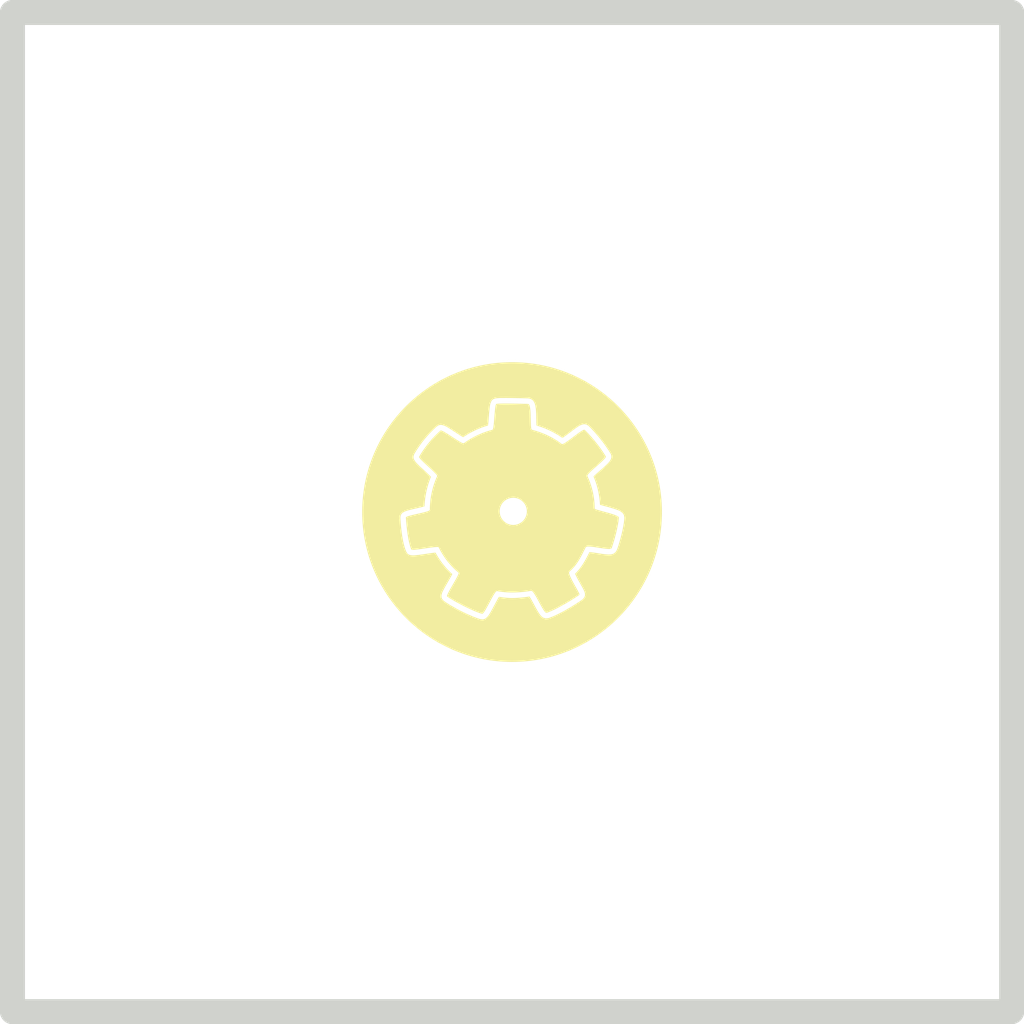
<source format=kicad_pcb>
(kicad_pcb (version 20171130) (host pcbnew 5.1.8-db9833491~88~ubuntu20.04.1)

  (general
    (thickness 1.6)
    (drawings 4)
    (tracks 0)
    (zones 0)
    (modules 1)
    (nets 1)
  )

  (page A4)
  (layers
    (0 F.Cu signal)
    (31 B.Cu signal)
    (32 B.Adhes user)
    (33 F.Adhes user)
    (34 B.Paste user)
    (35 F.Paste user)
    (36 B.SilkS user)
    (37 F.SilkS user)
    (38 B.Mask user)
    (39 F.Mask user)
    (40 Dwgs.User user)
    (41 Cmts.User user)
    (42 Eco1.User user)
    (43 Eco2.User user)
    (44 Edge.Cuts user)
    (45 Margin user)
    (46 B.CrtYd user)
    (47 F.CrtYd user)
    (48 B.Fab user)
    (49 F.Fab user)
  )

  (setup
    (last_trace_width 0.25)
    (trace_clearance 0.2)
    (zone_clearance 0.508)
    (zone_45_only no)
    (trace_min 0.2)
    (via_size 0.8)
    (via_drill 0.4)
    (via_min_size 0.4)
    (via_min_drill 0.3)
    (uvia_size 0.3)
    (uvia_drill 0.1)
    (uvias_allowed no)
    (uvia_min_size 0.2)
    (uvia_min_drill 0.1)
    (edge_width 0.5)
    (segment_width 0.2)
    (pcb_text_width 0.3)
    (pcb_text_size 1.5 1.5)
    (mod_edge_width 0.12)
    (mod_text_size 1 1)
    (mod_text_width 0.15)
    (pad_size 1.524 1.524)
    (pad_drill 0.762)
    (pad_to_mask_clearance 0)
    (aux_axis_origin 0 0)
    (visible_elements FFFFFF7F)
    (pcbplotparams
      (layerselection 0x010fc_ffffffff)
      (usegerberextensions false)
      (usegerberattributes true)
      (usegerberadvancedattributes true)
      (creategerberjobfile true)
      (excludeedgelayer true)
      (linewidth 0.100000)
      (plotframeref false)
      (viasonmask false)
      (mode 1)
      (useauxorigin false)
      (hpglpennumber 1)
      (hpglpenspeed 20)
      (hpglpendiameter 15.000000)
      (psnegative false)
      (psa4output false)
      (plotreference true)
      (plotvalue true)
      (plotinvisibletext false)
      (padsonsilk false)
      (subtractmaskfromsilk false)
      (outputformat 1)
      (mirror false)
      (drillshape 1)
      (scaleselection 1)
      (outputdirectory ""))
  )

  (net 0 "")

  (net_class Default "This is the default net class."
    (clearance 0.2)
    (trace_width 0.25)
    (via_dia 0.8)
    (via_drill 0.4)
    (uvia_dia 0.3)
    (uvia_drill 0.1)
  )

  (module RoboCamp:RobotarnaLogo-6mm (layer F.Cu) (tedit 5FD6798D) (tstamp 5FD699B4)
    (at 140 100)
    (descr "Imported from /home/xmrazek7/Stažené/robotarna_logo_pcb.svg")
    (tags svg2mod)
    (path /5FD68B7F)
    (attr virtual)
    (fp_text reference U1 (at 0 -6.048024) (layer F.SilkS) hide
      (effects (font (size 1.524 1.524) (thickness 0.3048)))
    )
    (fp_text value RobotarnaLogo (at 0 6.048024) (layer F.SilkS) hide
      (effects (font (size 1.524 1.524) (thickness 0.3048)))
    )
    (fp_poly (pts (xy -0.000038 -3.000001) (xy -0.190589 -2.283197) (xy -0.135477 -2.28358) (xy -0.076274 -2.283385)
      (xy -0.014845 -2.282738) (xy 0.046947 -2.281767) (xy 0.107238 -2.280597) (xy 0.164163 -2.279356)
      (xy 0.215859 -2.278171) (xy 0.260461 -2.277167) (xy 0.296107 -2.276472) (xy 0.32093 -2.276212)
      (xy 0.369446 -2.266215) (xy 0.408201 -2.242911) (xy 0.43187 -2.216496) (xy 0.446086 -2.191571)
      (xy 0.462414 -2.146691) (xy 0.47089 -2.103476) (xy 0.476551 -2.058265) (xy 0.480162 -2.011062)
      (xy 0.482333 -1.962597) (xy 0.48367 -1.9136) (xy 0.484657 -1.865073) (xy 0.485552 -1.818739)
      (xy 0.486653 -1.776406) (xy 0.488255 -1.739885) (xy 0.489154 -1.731472) (xy 0.539454 -1.716135)
      (xy 0.589223 -1.699324) (xy 0.638428 -1.68105) (xy 0.687037 -1.661327) (xy 0.735018 -1.640168)
      (xy 0.782337 -1.617586) (xy 0.828964 -1.593594) (xy 0.874865 -1.568206) (xy 0.920008 -1.541433)
      (xy 0.96436 -1.51329) (xy 1.00789 -1.48379) (xy 1.018791 -1.490246) (xy 1.049088 -1.511181)
      (xy 1.083611 -1.536246) (xy 1.121016 -1.564131) (xy 1.159956 -1.593526) (xy 1.199203 -1.623185)
      (xy 1.238007 -1.652117) (xy 1.275746 -1.679396) (xy 1.311796 -1.704098) (xy 1.345785 -1.725505)
      (xy 1.381176 -1.743637) (xy 1.429209 -1.757607) (xy 1.457042 -1.758321) (xy 1.492461 -1.750265)
      (xy 1.529633 -1.726714) (xy 1.532253 -1.724333) (xy 1.567856 -1.688444) (xy 1.602847 -1.651958)
      (xy 1.637217 -1.614887) (xy 1.670956 -1.577242) (xy 1.704056 -1.539035) (xy 1.736508 -1.500276)
      (xy 1.768304 -1.460978) (xy 1.799435 -1.42115) (xy 1.829891 -1.380804) (xy 1.859666 -1.339951)
      (xy 1.888748 -1.298603) (xy 1.917131 -1.256771) (xy 1.944805 -1.214465) (xy 1.971761 -1.171698)
      (xy 1.973719 -1.16847) (xy 1.988202 -1.127652) (xy 1.988399 -1.092098) (xy 1.981913 -1.065566)
      (xy 1.958535 -1.021666) (xy 1.933574 -0.990701) (xy 1.905691 -0.961759) (xy 1.874202 -0.931502)
      (xy 1.839866 -0.900145) (xy 1.803715 -0.868099) (xy 1.76678 -0.835775) (xy 1.730183 -0.80369)
      (xy 1.695383 -0.772784) (xy 1.663922 -0.744116) (xy 1.637341 -0.718739) (xy 1.630801 -0.711596)
      (xy 1.649273 -0.666484) (xy 1.666369 -0.620865) (xy 1.682083 -0.574776) (xy 1.696406 -0.528252)
      (xy 1.709334 -0.481332) (xy 1.720859 -0.434053) (xy 1.730973 -0.386451) (xy 1.739672 -0.338563)
      (xy 1.746947 -0.290428) (xy 1.752792 -0.242081) (xy 1.7572 -0.193561) (xy 1.760165 -0.144903)
      (xy 1.760774 -0.144675) (xy 1.796138 -0.134685) (xy 1.836632 -0.123626) (xy 1.880652 -0.111703)
      (xy 1.926595 -0.099125) (xy 1.972893 -0.086103) (xy 2.018381 -0.072661) (xy 2.062062 -0.058713)
      (xy 2.102939 -0.044176) (xy 2.140403 -0.02885) (xy 2.176454 -0.009674) (xy 2.215992 0.023025)
      (xy 2.238618 0.058593) (xy 2.248315 0.113902) (xy 2.248315 0.113981) (xy 2.244517 0.160131)
      (xy 2.238504 0.209231) (xy 2.230525 0.260641) (xy 2.22083 0.313722) (xy 2.209666 0.367834)
      (xy 2.197285 0.422337) (xy 2.183935 0.476593) (xy 2.169865 0.529961) (xy 2.155326 0.581802)
      (xy 2.140565 0.631476) (xy 2.125833 0.678344) (xy 2.111379 0.721765) (xy 2.097452 0.761102)
      (xy 2.097375 0.761181) (xy 2.068683 0.805712) (xy 2.034234 0.83101) (xy 2.00582 0.842063)
      (xy 1.981992 0.846806) (xy 1.939857 0.849736) (xy 1.899232 0.847864) (xy 1.856484 0.843784)
      (xy 1.811835 0.838021) (xy 1.766028 0.831188) (xy 1.719805 0.823893) (xy 1.674101 0.816727)
      (xy 1.630548 0.810247) (xy 1.590939 0.805006) (xy 1.557066 0.801562) (xy 1.54925 0.801411)
      (xy 1.525983 0.847553) (xy 1.502481 0.893168) (xy 1.478375 0.93822) (xy 1.453292 0.982675)
      (xy 1.426862 1.026495) (xy 1.398713 1.069645) (xy 1.368474 1.11209) (xy 1.335774 1.153794)
      (xy 1.300242 1.19472) (xy 1.261506 1.234833) (xy 1.263014 1.239119) (xy 1.27664 1.269103)
      (xy 1.293949 1.303861) (xy 1.313888 1.341764) (xy 1.335401 1.381187) (xy 1.357468 1.420705)
      (xy 1.379225 1.4594) (xy 1.399854 1.496403) (xy 1.418537 1.530846) (xy 1.43457 1.562028)
      (xy 1.448003 1.592108) (xy 1.45928 1.630446) (xy 1.459676 1.670734) (xy 1.447007 1.707431)
      (xy 1.413599 1.746053) (xy 1.413522 1.74613) (xy 1.380686 1.769455) (xy 1.343579 1.794778)
      (xy 1.30276 1.821698) (xy 1.258785 1.849816) (xy 1.212211 1.878732) (xy 1.163596 1.908047)
      (xy 1.113496 1.937361) (xy 1.062468 1.966276) (xy 1.011071 1.994391) (xy 0.95986 2.021308)
      (xy 0.909393 2.046626) (xy 0.860228 2.069946) (xy 0.81292 2.090869) (xy 0.768028 2.108995)
      (xy 0.726109 2.123925) (xy 0.72558 2.124079) (xy 0.669928 2.128408) (xy 0.628087 2.115136)
      (xy 0.602598 2.098677) (xy 0.58494 2.082365) (xy 0.557488 2.050191) (xy 0.534126 2.015991)
      (xy 0.510935 1.978311) (xy 0.487708 1.937817) (xy 0.464482 1.895556) (xy 0.441294 1.852574)
      (xy 0.4183 1.81006) (xy 0.396076 1.769693) (xy 0.375282 1.733258) (xy 0.356579 1.702539)
      (xy 0.347634 1.690131) (xy 0.298937 1.697221) (xy 0.25015 1.703658) (xy 0.201277 1.7093)
      (xy 0.152323 1.714006) (xy 0.103292 1.717635) (xy 0.054188 1.720047) (xy 0.005017 1.7211)
      (xy 0.004408 1.7211) (xy -0.040012 1.720246) (xy -0.084347 1.717745) (xy -0.128599 1.713864)
      (xy -0.172768 1.708869) (xy -0.216855 1.703025) (xy -0.26086 1.6966) (xy -0.268903 1.708638)
      (xy -0.287728 1.740876) (xy -0.308643 1.778553) (xy -0.33098 1.819947) (xy -0.354069 1.863335)
      (xy -0.377313 1.90708) (xy -0.400415 1.949946) (xy -0.423158 1.990811) (xy -0.445323 2.028554)
      (xy -0.466839 2.062343) (xy -0.490424 2.093498) (xy -0.525603 2.126122) (xy -0.548968 2.139397)
      (xy -0.5836 2.148756) (xy -0.628733 2.144616) (xy -0.628884 2.144539) (xy -0.670646 2.131779)
      (xy -0.715148 2.116408) (xy -0.761924 2.098696) (xy -0.810508 2.078915) (xy -0.860437 2.057335)
      (xy -0.911245 2.034228) (xy -0.962467 2.009863) (xy -1.013638 1.984513) (xy -1.064293 1.958446)
      (xy -1.113968 1.931935) (xy -1.162197 1.90525) (xy -1.208515 1.878662) (xy -1.252457 1.852442)
      (xy -1.293559 1.82686) (xy -1.331356 1.802187) (xy -1.365381 1.778694) (xy -1.396242 1.745263)
      (xy -1.410633 1.71157) (xy -1.413414 1.669101) (xy -1.403116 1.625802) (xy -1.389276 1.592218)
      (xy -1.372372 1.558003) (xy -1.352493 1.520574) (xy -1.330307 1.480627) (xy -1.306622 1.439059)
      (xy -1.282245 1.396766) (xy -1.258035 1.354739) (xy -1.235016 1.314353) (xy -1.214245 1.277082)
      (xy -1.196779 1.2444) (xy -1.195954 1.242548) (xy -1.232412 1.208293) (xy -1.267762 1.172983)
      (xy -1.301978 1.136642) (xy -1.335035 1.099292) (xy -1.366905 1.060957) (xy -1.397565 1.021659)
      (xy -1.426989 0.981422) (xy -1.45515 0.940267) (xy -1.482023 0.898219) (xy -1.507584 0.855301)
      (xy -1.531805 0.811534) (xy -1.547966 0.812592) (xy -1.586289 0.817065) (xy -1.630094 0.822957)
      (xy -1.677616 0.829812) (xy -1.727092 0.837172) (xy -1.776858 0.844578) (xy -1.825666 0.851589)
      (xy -1.872374 0.857781) (xy -1.915839 0.862731) (xy -1.955148 0.866055) (xy -1.992286 0.866779)
      (xy -2.035282 0.861434) (xy -2.059666 0.854211) (xy -2.090245 0.834676) (xy -2.118568 0.791981)
      (xy -2.118645 0.79183) (xy -2.135396 0.748327) (xy -2.150409 0.702309) (xy -2.163797 0.654219)
      (xy -2.175671 0.6045) (xy -2.186144 0.553595) (xy -2.195329 0.501948) (xy -2.203338 0.450001)
      (xy -2.210283 0.398199) (xy -2.216277 0.346984) (xy -2.221432 0.2968) (xy -2.225861 0.248089)
      (xy -2.229676 0.201296) (xy -2.23299 0.156863) (xy -2.235914 0.115233) (xy -2.235914 0.115156)
      (xy -2.235914 0.115079) (xy -2.22907 0.064562) (xy -2.208978 0.031421) (xy -2.188708 0.012701)
      (xy -2.150297 -0.00955) (xy -2.11703 -0.022247) (xy -2.081819 -0.03286) (xy -2.04271 -0.043323)
      (xy -2.000548 -0.053695) (xy -1.956421 -0.064004) (xy -1.911413 -0.074278) (xy -1.867194 -0.084392)
      (xy -1.824939 -0.094283) (xy -1.78627 -0.103755) (xy -1.752808 -0.112613) (xy -1.749961 -0.163472)
      (xy -1.745647 -0.214203) (xy -1.739872 -0.26477) (xy -1.732645 -0.315135) (xy -1.723971 -0.365262)
      (xy -1.713859 -0.415114) (xy -1.702315 -0.464653) (xy -1.689346 -0.513843) (xy -1.67496 -0.562646)
      (xy -1.659164 -0.611026) (xy -1.641964 -0.658946) (xy -1.623368 -0.706367) (xy -1.630058 -0.71367)
      (xy -1.656328 -0.739469) (xy -1.687025 -0.768548) (xy -1.720735 -0.79986) (xy -1.75604 -0.832359)
      (xy -1.791588 -0.865072) (xy -1.826302 -0.89735) (xy -1.859185 -0.928628) (xy -1.889238 -0.958341)
      (xy -1.915661 -0.986104) (xy -1.939 -1.014192) (xy -1.9614 -1.051249) (xy -1.970558 -1.074676)
      (xy -1.974152 -1.109998) (xy -1.959672 -1.157162) (xy -1.957193 -1.161527) (xy -1.930943 -1.20553)
      (xy -1.903699 -1.248922) (xy -1.875476 -1.291685) (xy -1.846292 -1.333798) (xy -1.816163 -1.37524)
      (xy -1.785105 -1.415991) (xy -1.753135 -1.456031) (xy -1.72027 -1.495339) (xy -1.686527 -1.533895)
      (xy -1.651921 -1.571679) (xy -1.616469 -1.608671) (xy -1.580189 -1.64485) (xy -1.543096 -1.680195)
      (xy -1.505206 -1.714686) (xy -1.504153 -1.715745) (xy -1.465752 -1.738819) (xy -1.432185 -1.745182)
      (xy -1.406961 -1.743632) (xy -1.362762 -1.731673) (xy -1.328295 -1.71595) (xy -1.294134 -1.697094)
      (xy -1.257545 -1.67521) (xy -1.21899 -1.65097) (xy -1.179183 -1.625212) (xy -1.138836 -1.598775)
      (xy -1.098779 -1.572555) (xy -1.060275 -1.54765) (xy -1.024688 -1.525193) (xy -0.993386 -1.506317)
      (xy -0.978352 -1.498432) (xy -0.936437 -1.526105) (xy -0.893779 -1.552526) (xy -0.850408 -1.577686)
      (xy -0.806353 -1.601575) (xy -0.761643 -1.624182) (xy -0.716308 -1.645498) (xy -0.670376 -1.665513)
      (xy -0.623876 -1.684216) (xy -0.576838 -1.701597) (xy -0.529292 -1.717647) (xy -0.481265 -1.732355)
      (xy -0.479307 -1.744685) (xy -0.475354 -1.781229) (xy -0.471509 -1.823197) (xy -0.467729 -1.868849)
      (xy -0.463972 -1.916445) (xy -0.460181 -1.964345) (xy -0.456212 -2.011313) (xy -0.451895 -2.05621)
      (xy -0.447059 -2.097898) (xy -0.441511 -2.135461) (xy -0.43383 -2.170812) (xy -0.418495 -2.211254)
      (xy -0.405366 -2.23311) (xy -0.379012 -2.257859) (xy -0.331976 -2.274995) (xy -0.289928 -2.280216)
      (xy -0.24378 -2.282579) (xy -0.190585 -2.283567) (xy -0.190589 -2.283197) (xy -0.000038 -3.000001)
      (xy -0.050147 -2.99959) (xy -0.100059 -2.998364) (xy -0.149765 -2.996328) (xy -0.199261 -2.993489)
      (xy -0.248539 -2.989853) (xy -0.297593 -2.985427) (xy -0.346417 -2.980217) (xy -0.395004 -2.974229)
      (xy -0.443348 -2.96747) (xy -0.491443 -2.959945) (xy -0.539282 -2.951663) (xy -0.586859 -2.942628)
      (xy -0.634168 -2.932847) (xy -0.681202 -2.922327) (xy -0.727955 -2.911074) (xy -0.77442 -2.899094)
      (xy -0.820591 -2.886393) (xy -0.866463 -2.872979) (xy -0.912027 -2.858857) (xy -0.957278 -2.844033)
      (xy -1.002211 -2.828515) (xy -1.046817 -2.812308) (xy -1.091091 -2.795419) (xy -1.135027 -2.777854)
      (xy -1.178618 -2.75962) (xy -1.221858 -2.740723) (xy -1.26474 -2.721168) (xy -1.307259 -2.700964)
      (xy -1.349407 -2.680116) (xy -1.391178 -2.658629) (xy -1.432567 -2.636512) (xy -1.473566 -2.61377)
      (xy -1.514169 -2.590409) (xy -1.554371 -2.566436) (xy -1.594163 -2.541857) (xy -1.633541 -2.516679)
      (xy -1.672498 -2.490908) (xy -1.711027 -2.46455) (xy -1.749122 -2.437612) (xy -1.786777 -2.4101)
      (xy -1.823986 -2.38202) (xy -1.860741 -2.353379) (xy -1.897037 -2.324183) (xy -1.932867 -2.294438)
      (xy -1.968225 -2.264151) (xy -2.003104 -2.233329) (xy -2.037499 -2.201977) (xy -2.071402 -2.170102)
      (xy -2.104808 -2.137711) (xy -2.13771 -2.104809) (xy -2.170102 -2.071403) (xy -2.201976 -2.0375)
      (xy -2.233328 -2.003105) (xy -2.264151 -1.968226) (xy -2.294437 -1.932868) (xy -2.324182 -1.897038)
      (xy -2.353378 -1.860742) (xy -2.382019 -1.823986) (xy -2.410099 -1.786778) (xy -2.437611 -1.749123)
      (xy -2.464549 -1.711028) (xy -2.490907 -1.672499) (xy -2.516678 -1.633542) (xy -2.541857 -1.594164)
      (xy -2.566435 -1.554371) (xy -2.590408 -1.51417) (xy -2.613769 -1.473567) (xy -2.636511 -1.432567)
      (xy -2.658629 -1.391179) (xy -2.680115 -1.349408) (xy -2.700963 -1.307259) (xy -2.721168 -1.264741)
      (xy -2.740722 -1.221859) (xy -2.759619 -1.178619) (xy -2.777853 -1.135028) (xy -2.795418 -1.091092)
      (xy -2.812307 -1.046818) (xy -2.828514 -1.002211) (xy -2.844032 -0.957279) (xy -2.858856 -0.912028)
      (xy -2.872978 -0.866463) (xy -2.886392 -0.820592) (xy -2.899093 -0.774421) (xy -2.911073 -0.727955)
      (xy -2.922326 -0.681203) (xy -2.932846 -0.634169) (xy -2.942627 -0.58686) (xy -2.951662 -0.539283)
      (xy -2.959945 -0.491444) (xy -2.967469 -0.443349) (xy -2.974228 -0.395005) (xy -2.980216 -0.346417)
      (xy -2.985426 -0.297594) (xy -2.989852 -0.248539) (xy -2.993488 -0.199262) (xy -2.996327 -0.149766)
      (xy -2.998363 -0.100059) (xy -2.999589 -0.050148) (xy -3 -0.000038) (xy -2.999591 0.050072)
      (xy -2.998365 0.099985) (xy -2.996331 0.149692) (xy -2.993493 0.199188) (xy -2.989858 0.248467)
      (xy -2.985433 0.297522) (xy -2.980224 0.346347) (xy -2.974237 0.394935) (xy -2.967479 0.44328)
      (xy -2.959956 0.491376) (xy -2.951674 0.539216) (xy -2.94264 0.586795) (xy -2.93286 0.634104)
      (xy -2.922341 0.681139) (xy -2.911088 0.727893) (xy -2.899109 0.774359) (xy -2.886409 0.820531)
      (xy -2.872995 0.866403) (xy -2.858874 0.911969) (xy -2.844051 0.957221) (xy -2.828534 1.002155)
      (xy -2.812327 1.046762) (xy -2.795439 1.091037) (xy -2.777875 1.134974) (xy -2.759641 1.178566)
      (xy -2.740744 1.221807) (xy -2.72119 1.26469) (xy -2.700986 1.30721) (xy -2.680138 1.349359)
      (xy -2.658652 1.391131) (xy -2.636535 1.432521) (xy -2.613794 1.473521) (xy -2.590433 1.514125)
      (xy -2.56646 1.554328) (xy -2.541882 1.594121) (xy -2.516704 1.6335) (xy -2.490933 1.672458)
      (xy -2.464575 1.710988) (xy -2.437637 1.749084) (xy -2.410125 1.78674) (xy -2.382045 1.82395)
      (xy -2.353404 1.860706) (xy -2.324208 1.897003) (xy -2.294464 1.932834) (xy -2.264177 1.968193)
      (xy -2.233355 2.003073) (xy -2.202003 2.037469) (xy -2.170128 2.071373) (xy -2.137737 2.10478)
      (xy -2.104835 2.137683) (xy -2.071429 2.170075) (xy -2.037525 2.201951) (xy -2.00313 2.233303)
      (xy -1.968251 2.264127) (xy -1.932893 2.294414) (xy -1.897062 2.324159) (xy -1.860766 2.353356)
      (xy -1.824011 2.381998) (xy -1.786802 2.410079) (xy -1.749147 2.437592) (xy -1.711051 2.464531)
      (xy -1.672522 2.49089) (xy -1.633565 2.516662) (xy -1.594186 2.541841) (xy -1.554393 2.56642)
      (xy -1.514192 2.590394) (xy -1.473588 2.613755) (xy -1.432588 2.636498) (xy -1.391199 2.658616)
      (xy -1.349427 2.680103) (xy -1.307279 2.700952) (xy -1.26476 2.721157) (xy -1.221877 2.740712)
      (xy -1.178637 2.75961) (xy -1.135045 2.777845) (xy -1.091108 2.79541) (xy -1.046834 2.812299)
      (xy -1.002227 2.828507) (xy -0.957294 2.844026) (xy -0.912042 2.858849) (xy -0.866477 2.872972)
      (xy -0.820605 2.886387) (xy -0.774433 2.899088) (xy -0.727967 2.911068) (xy -0.681213 2.922322)
      (xy -0.634179 2.932842) (xy -0.586869 2.942623) (xy -0.539291 2.951658) (xy -0.491451 2.959941)
      (xy -0.443356 2.967466) (xy -0.395011 2.974225) (xy -0.346423 2.980213) (xy -0.297598 2.985424)
      (xy -0.248543 2.98985) (xy -0.199264 2.993486) (xy -0.149768 2.996325) (xy -0.100061 2.998361)
      (xy -0.050148 2.999587) (xy -0.000038 2.999998) (xy 0.050074 2.999589) (xy 0.099987 2.998363)
      (xy 0.149695 2.996329) (xy 0.199193 2.993491) (xy 0.248472 2.989856) (xy 0.297528 2.985431)
      (xy 0.346354 2.980221) (xy 0.394943 2.974234) (xy 0.443289 2.967476) (xy 0.491385 2.959953)
      (xy 0.539226 2.951671) (xy 0.586805 2.942636) (xy 0.634116 2.932856) (xy 0.681151 2.922336)
      (xy 0.727906 2.911084) (xy 0.774373 2.899104) (xy 0.820546 2.886404) (xy 0.866419 2.87299)
      (xy 0.911985 2.858868) (xy 0.957238 2.844045) (xy 1.002172 2.828527) (xy 1.04678 2.81232)
      (xy 1.091056 2.795431) (xy 1.134993 2.777866) (xy 1.178586 2.759632) (xy 1.221827 2.740734)
      (xy 1.264711 2.72118) (xy 1.307231 2.700975) (xy 1.349381 2.680127) (xy 1.391154 2.65864)
      (xy 1.432544 2.636523) (xy 1.473544 2.61378) (xy 1.514149 2.590419) (xy 1.554352 2.566446)
      (xy 1.594146 2.541866) (xy 1.633525 2.516688) (xy 1.672483 2.490916) (xy 1.711014 2.464557)
      (xy 1.74911 2.437619) (xy 1.786766 2.410106) (xy 1.823976 2.382025) (xy 1.860732 2.353383)
      (xy 1.89703 2.324186) (xy 1.932861 2.294441) (xy 1.96822 2.264154) (xy 2.003101 2.23333)
      (xy 2.037496 2.201978) (xy 2.071401 2.170102) (xy 2.104808 2.137709) (xy 2.137711 2.104806)
      (xy 2.170103 2.0714) (xy 2.201979 2.037495) (xy 2.233332 2.003099) (xy 2.264155 1.968219)
      (xy 2.294442 1.93286) (xy 2.324188 1.897028) (xy 2.353384 1.860731) (xy 2.382026 1.823975)
      (xy 2.410107 1.786765) (xy 2.43762 1.749109) (xy 2.464559 1.711012) (xy 2.490917 1.672482)
      (xy 2.516689 1.633524) (xy 2.541868 1.594145) (xy 2.566447 1.55435) (xy 2.59042 1.514148)
      (xy 2.613781 1.473543) (xy 2.636524 1.432542) (xy 2.658642 1.391152) (xy 2.680128 1.349379)
      (xy 2.700977 1.30723) (xy 2.721181 1.26471) (xy 2.740736 1.221826) (xy 2.759633 1.178585)
      (xy 2.777867 1.134992) (xy 2.795432 1.091054) (xy 2.812321 1.046779) (xy 2.828528 1.002171)
      (xy 2.844046 0.957237) (xy 2.858869 0.911984) (xy 2.872991 0.866418) (xy 2.886405 0.820545)
      (xy 2.899105 0.774372) (xy 2.911085 0.727905) (xy 2.922338 0.68115) (xy 2.932858 0.634115)
      (xy 2.942638 0.586804) (xy 2.951672 0.539225) (xy 2.959954 0.491385) (xy 2.967478 0.443288)
      (xy 2.974236 0.394942) (xy 2.980223 0.346353) (xy 2.985433 0.297527) (xy 2.989858 0.248472)
      (xy 2.993493 0.199192) (xy 2.996331 0.149695) (xy 2.998365 0.099986) (xy 2.999591 0.050073)
      (xy 3 -0.000038) (xy 2.999589 -0.050149) (xy 2.998363 -0.100061) (xy 2.996327 -0.149769)
      (xy 2.993488 -0.199265) (xy 2.989852 -0.248544) (xy 2.985426 -0.297599) (xy 2.980215 -0.346423)
      (xy 2.974227 -0.395011) (xy 2.967468 -0.443356) (xy 2.959943 -0.491452) (xy 2.95166 -0.539292)
      (xy 2.942625 -0.58687) (xy 2.932844 -0.634179) (xy 2.922323 -0.681214) (xy 2.91107 -0.727967)
      (xy 2.899089 -0.774433) (xy 2.886388 -0.820605) (xy 2.872974 -0.866477) (xy 2.858851 -0.912042)
      (xy 2.844027 -0.957294) (xy 2.828508 -1.002227) (xy 2.812301 -1.046834) (xy 2.795412 -1.091109)
      (xy 2.777846 -1.135045) (xy 2.759611 -1.178637) (xy 2.740713 -1.221877) (xy 2.721159 -1.26476)
      (xy 2.700953 -1.307279) (xy 2.680104 -1.349428) (xy 2.658618 -1.391199) (xy 2.6365 -1.432588)
      (xy 2.613757 -1.473588) (xy 2.590395 -1.514192) (xy 2.566422 -1.554393) (xy 2.541842 -1.594187)
      (xy 2.516663 -1.633565) (xy 2.490891 -1.672522) (xy 2.464532 -1.711051) (xy 2.437593 -1.749147)
      (xy 2.41008 -1.786802) (xy 2.382 -1.824011) (xy 2.353358 -1.860766) (xy 2.324161 -1.897062)
      (xy 2.294416 -1.932893) (xy 2.264128 -1.968251) (xy 2.233305 -2.00313) (xy 2.201952 -2.037525)
      (xy 2.170076 -2.071429) (xy 2.137684 -2.104835) (xy 2.104781 -2.137737) (xy 2.071374 -2.170128)
      (xy 2.03747 -2.202003) (xy 2.003074 -2.233355) (xy 1.968194 -2.264177) (xy 1.932835 -2.294464)
      (xy 1.897004 -2.324208) (xy 1.860707 -2.353404) (xy 1.823951 -2.382045) (xy 1.786742 -2.410125)
      (xy 1.749086 -2.437637) (xy 1.71099 -2.464575) (xy 1.672459 -2.490933) (xy 1.633502 -2.516704)
      (xy 1.594123 -2.541882) (xy 1.554329 -2.566461) (xy 1.514127 -2.590433) (xy 1.473522 -2.613794)
      (xy 1.432522 -2.636536) (xy 1.391133 -2.658653) (xy 1.34936 -2.680138) (xy 1.307211 -2.700986)
      (xy 1.264692 -2.72119) (xy 1.221808 -2.740744) (xy 1.178567 -2.759641) (xy 1.134975 -2.777875)
      (xy 1.091038 -2.795439) (xy 1.046763 -2.812327) (xy 1.002156 -2.828534) (xy 0.957222 -2.844051)
      (xy 0.91197 -2.858874) (xy 0.866405 -2.872996) (xy 0.820532 -2.886409) (xy 0.77436 -2.899109)
      (xy 0.727894 -2.911088) (xy 0.68114 -2.922341) (xy 0.634105 -2.93286) (xy 0.586795 -2.94264)
      (xy 0.539217 -2.951674) (xy 0.491377 -2.959956) (xy 0.443281 -2.967479) (xy 0.394936 -2.974237)
      (xy 0.346348 -2.980224) (xy 0.297523 -2.985433) (xy 0.248468 -2.989859) (xy 0.199189 -2.993493)
      (xy 0.149693 -2.996331) (xy 0.099985 -2.998366) (xy 0.050073 -2.999591) (xy -0.000038 -3.000001)) (layer F.SilkS) (width 0))
    (fp_poly (pts (xy -0.189086 -2.172622) (xy -0.248619 -0.013868) (xy -0.244221 0.035179) (xy -0.231546 0.081341)
      (xy -0.211363 0.123849) (xy -0.184443 0.161931) (xy -0.151557 0.194817) (xy -0.113474 0.221737)
      (xy -0.070967 0.24192) (xy -0.024805 0.254595) (xy 0.024242 0.258991) (xy 0.073288 0.254595)
      (xy 0.119451 0.24192) (xy 0.161958 0.221737) (xy 0.20004 0.194817) (xy 0.232927 0.161931)
      (xy 0.259847 0.123849) (xy 0.28003 0.081341) (xy 0.292705 0.035179) (xy 0.297102 -0.013868)
      (xy 0.292706 -0.062915) (xy 0.280031 -0.109078) (xy 0.259848 -0.151586) (xy 0.232928 -0.189668)
      (xy 0.200041 -0.222555) (xy 0.161959 -0.249475) (xy 0.119451 -0.269658) (xy 0.073289 -0.282333)
      (xy 0.024242 -0.28673) (xy -0.024805 -0.282333) (xy -0.070968 -0.269658) (xy -0.113475 -0.249475)
      (xy -0.151558 -0.222555) (xy -0.184444 -0.189668) (xy -0.211364 -0.151586) (xy -0.231547 -0.109078)
      (xy -0.244222 -0.062915) (xy -0.248619 -0.013868) (xy -0.189086 -2.172622) (xy -0.135651 -2.173005)
      (xy -0.078019 -2.17281) (xy -0.017967 -2.172163) (xy 0.042729 -2.171192) (xy 0.102292 -2.170022)
      (xy 0.158945 -2.168782) (xy 0.210913 -2.167596) (xy 0.256417 -2.166592) (xy 0.293682 -2.165897)
      (xy 0.32093 -2.165637) (xy 0.337879 -2.157108) (xy 0.350612 -2.133341) (xy 0.359778 -2.097068)
      (xy 0.366025 -2.051018) (xy 0.370001 -1.997923) (xy 0.372356 -1.940513) (xy 0.373737 -1.881519)
      (xy 0.374794 -1.823671) (xy 0.376174 -1.7697) (xy 0.378527 -1.722337) (xy 0.3825 -1.684313)
      (xy 0.388743 -1.658357) (xy 0.397903 -1.647202) (xy 0.447699 -1.634116) (xy 0.496994 -1.619496)
      (xy 0.545752 -1.603356) (xy 0.593942 -1.585715) (xy 0.641527 -1.566587) (xy 0.688475 -1.54599)
      (xy 0.734751 -1.523939) (xy 0.780321 -1.50045) (xy 0.825151 -1.47554) (xy 0.869207 -1.449225)
      (xy 0.912456 -1.421521) (xy 0.954862 -1.392445) (xy 0.996392 -1.362013) (xy 1.013334 -1.361715)
      (xy 1.041997 -1.374635) (xy 1.080023 -1.398112) (xy 1.125053 -1.429489) (xy 1.174729 -1.466104)
      (xy 1.226691 -1.505299) (xy 1.27858 -1.544413) (xy 1.328039 -1.580788) (xy 1.372708 -1.611763)
      (xy 1.410229 -1.63468) (xy 1.438243 -1.646879) (xy 1.454391 -1.645699) (xy 1.491331 -1.608417)
      (xy 1.527571 -1.570487) (xy 1.563104 -1.53192) (xy 1.597921 -1.492726) (xy 1.632014 -1.452915)
      (xy 1.665376 -1.412497) (xy 1.697997 -1.371483) (xy 1.729871 -1.329881) (xy 1.760989 -1.287704)
      (xy 1.791342 -1.24496) (xy 1.820924 -1.20166) (xy 1.849726 -1.157814) (xy 1.877739 -1.113431)
      (xy 1.875451 -1.09719) (xy 1.85774 -1.072146) (xy 1.827672 -1.040049) (xy 1.788314 -1.002648)
      (xy 1.742734 -0.961692) (xy 1.693999 -0.91893) (xy 1.645176 -0.876112) (xy 1.599331 -0.834987)
      (xy 1.559533 -0.797305) (xy 1.528848 -0.764815) (xy 1.510343 -0.739265) (xy 1.507085 -0.722406)
      (xy 1.528603 -0.674946) (xy 1.548451 -0.626855) (xy 1.56662 -0.578177) (xy 1.583099 -0.528957)
      (xy 1.597878 -0.479239) (xy 1.610948 -0.429068) (xy 1.622299 -0.378487) (xy 1.63192 -0.327542)
      (xy 1.639802 -0.276276) (xy 1.645935 -0.224734) (xy 1.650308 -0.172961) (xy 1.652913 -0.121)
      (xy 1.653738 -0.068896) (xy 1.665092 -0.060185) (xy 1.696214 -0.048632) (xy 1.742692 -0.034697)
      (xy 1.800114 -0.018839) (xy 1.864068 -0.001518) (xy 1.930142 0.016806) (xy 1.993924 0.035673)
      (xy 2.051002 0.054623) (xy 2.096965 0.073196) (xy 2.1274 0.090933) (xy 2.137896 0.107375)
      (xy 2.134463 0.147706) (xy 2.128781 0.192143) (xy 2.121114 0.239886) (xy 2.111727 0.290134)
      (xy 2.100886 0.342088) (xy 2.088855 0.394949) (xy 2.075899 0.447915) (xy 2.062283 0.500188)
      (xy 2.048272 0.550968) (xy 2.034131 0.599454) (xy 2.020124 0.644846) (xy 2.006516 0.686346)
      (xy 1.993573 0.723153) (xy 1.979249 0.734445) (xy 1.949479 0.738833) (xy 1.907322 0.737688)
      (xy 1.85584 0.732382) (xy 1.798093 0.724285) (xy 1.737141 0.71477) (xy 1.676045 0.705206)
      (xy 1.617865 0.696965) (xy 1.565661 0.691419) (xy 1.522495 0.689938) (xy 1.491425 0.693894)
      (xy 1.475514 0.704658) (xy 1.451599 0.752047) (xy 1.428453 0.798038) (xy 1.405655 0.842694)
      (xy 1.382786 0.886075) (xy 1.359425 0.928243) (xy 1.335154 0.969259) (xy 1.309551 1.009185)
      (xy 1.282198 1.048081) (xy 1.252674 1.08601) (xy 1.220559 1.123032) (xy 1.185434 1.159209)
      (xy 1.146879 1.194603) (xy 1.140976 1.212326) (xy 1.146451 1.242417) (xy 1.16113 1.282298)
      (xy 1.182842 1.329391) (xy 1.209412 1.381119) (xy 1.238668 1.434903) (xy 1.268437 1.488166)
      (xy 1.296546 1.53833) (xy 1.320823 1.582817) (xy 1.339095 1.619049) (xy 1.349188 1.644449)
      (xy 1.348931 1.656438) (xy 1.318491 1.677945) (xy 1.283065 1.701824) (xy 1.243361 1.727615)
      (xy 1.200091 1.754861) (xy 1.153962 1.783099) (xy 1.105685 1.811871) (xy 1.055969 1.840717)
      (xy 1.005524 1.869178) (xy 0.955059 1.896792) (xy 0.905283 1.923101) (xy 0.856907 1.947645)
      (xy 0.81064 1.969964) (xy 0.767191 1.989598) (xy 0.727269 2.006088) (xy 0.691585 2.018973)
      (xy 0.675692 2.0151) (xy 0.655999 1.996387) (xy 0.633188 1.96551) (xy 0.607943 1.925144)
      (xy 0.580944 1.877966) (xy 0.552874 1.826651) (xy 0.524415 1.773874) (xy 0.49625 1.722313)
      (xy 0.46906 1.674643) (xy 0.443527 1.633539) (xy 0.420334 1.601677) (xy 0.400163 1.581733)
      (xy 0.383696 1.576383) (xy 0.336632 1.584127) (xy 0.289432 1.590885) (xy 0.242112 1.596656)
      (xy 0.194687 1.60144) (xy 0.147172 1.605233) (xy 0.099584 1.608036) (xy 0.051937 1.609845)
      (xy 0.004247 1.61066) (xy -0.047376 1.609923) (xy -0.098925 1.607578) (xy -0.150364 1.603628)
      (xy -0.201655 1.598075) (xy -0.25276 1.590922) (xy -0.303642 1.582173) (xy -0.318666 1.589456)
      (xy -0.338978 1.613657) (xy -0.363511 1.651376) (xy -0.391204 1.699213) (xy -0.420992 1.753768)
      (xy -0.451812 1.811643) (xy -0.482599 1.869437) (xy -0.512291 1.923752) (xy -0.539824 1.971186)
      (xy -0.564133 2.008342) (xy -0.584155 2.031818) (xy -0.598827 2.038216) (xy -0.63794 2.026058)
      (xy -0.681219 2.010624) (xy -0.727959 1.992304) (xy -0.777451 1.971485) (xy -0.828989 1.948557)
      (xy -0.881863 1.923909) (xy -0.935368 1.897928) (xy -0.988796 1.871003) (xy -1.041439 1.843524)
      (xy -1.09259 1.815879) (xy -1.141541 1.788456) (xy -1.187585 1.761644) (xy -1.230014 1.735831)
      (xy -1.268121 1.711407) (xy -1.301199 1.68876) (xy -1.302572 1.675271) (xy -1.29278 1.64765)
      (xy -1.274048 1.608716) (xy -1.248601 1.561287) (xy -1.218664 1.50818) (xy -1.186462 1.452215)
      (xy -1.15422 1.39621) (xy -1.124163 1.342983) (xy -1.098515 1.295352) (xy -1.079503 1.256136)
      (xy -1.06935 1.228153) (xy -1.070282 1.214222) (xy -1.108501 1.181655) (xy -1.145548 1.147876)
      (xy -1.181395 1.112918) (xy -1.216018 1.076813) (xy -1.24939 1.039596) (xy -1.281485 1.0013)
      (xy -1.312278 0.961957) (xy -1.341742 0.921601) (xy -1.369851 0.880265) (xy -1.39658 0.837982)
      (xy -1.421902 0.794786) (xy -1.445792 0.750709) (xy -1.468223 0.705785) (xy -1.482519 0.699902)
      (xy -1.514058 0.699254) (xy -1.559381 0.70279) (xy -1.615026 0.709457) (xy -1.677534 0.718205)
      (xy -1.743446 0.72798) (xy -1.809302 0.73773) (xy -1.871643 0.746405) (xy -1.927007 0.752952)
      (xy -1.971936 0.756319) (xy -2.00297 0.755455) (xy -2.01665 0.749307) (xy -2.031671 0.709582)
      (xy -2.045338 0.665809) (xy -2.057718 0.618655) (xy -2.06888 0.568786) (xy -2.07889 0.516869)
      (xy -2.087815 0.463569) (xy -2.095722 0.409554) (xy -2.10268 0.355489) (xy -2.108754 0.302041)
      (xy -2.114013 0.249877) (xy -2.118524 0.199662) (xy -2.122353 0.152064) (xy -2.125568 0.107748)
      (xy -2.115008 0.096498) (xy -2.084763 0.083937) (xy -2.039193 0.070352) (xy -1.982657 0.056033)
      (xy -1.919515 0.041271) (xy -1.854127 0.026354) (xy -1.790852 0.011572) (xy -1.734049 -0.002784)
      (xy -1.688079 -0.016426) (xy -1.657299 -0.029064) (xy -1.64607 -0.040408) (xy -1.645304 -0.090652)
      (xy -1.643011 -0.140779) (xy -1.639198 -0.190755) (xy -1.633872 -0.240546) (xy -1.627041 -0.290119)
      (xy -1.618713 -0.339439) (xy -1.608893 -0.388472) (xy -1.597591 -0.437185) (xy -1.584813 -0.485544)
      (xy -1.570566 -0.533514) (xy -1.554858 -0.581062) (xy -1.537697 -0.628153) (xy -1.519089 -0.674755)
      (xy -1.499042 -0.720832) (xy -1.503132 -0.735328) (xy -1.521566 -0.759443) (xy -1.551466 -0.791249)
      (xy -1.589954 -0.828821) (xy -1.634149 -0.870231) (xy -1.681176 -0.913551) (xy -1.728154 -0.956855)
      (xy -1.772205 -0.998217) (xy -1.810452 -1.035708) (xy -1.840015 -1.067403) (xy -1.858016 -1.091373)
      (xy -1.861578 -1.105692) (xy -1.834611 -1.150814) (xy -1.806572 -1.195227) (xy -1.777477 -1.238913)
      (xy -1.747341 -1.281854) (xy -1.716178 -1.324032) (xy -1.684003 -1.365428) (xy -1.650831 -1.406024)
      (xy -1.616677 -1.445803) (xy -1.581555 -1.484746) (xy -1.545481 -1.522835) (xy -1.508469 -1.560051)
      (xy -1.470534 -1.596378) (xy -1.431691 -1.631795) (xy -1.41595 -1.632589) (xy -1.387707 -1.621533)
      (xy -1.34945 -1.600985) (xy -1.303669 -1.5733) (xy -1.252853 -1.540837) (xy -1.199492 -1.505953)
      (xy -1.146074 -1.471004) (xy -1.09509 -1.438349) (xy -1.049028 -1.410343) (xy -1.010379 -1.389345)
      (xy -0.98163 -1.377712) (xy -0.965272 -1.3778) (xy -0.925163 -1.406326) (xy -0.884268 -1.433602)
      (xy -0.842617 -1.459616) (xy -0.800239 -1.484352) (xy -0.757164 -1.507798) (xy -0.713422 -1.529938)
      (xy -0.669043 -1.55076) (xy -0.624057 -1.570248) (xy -0.578493 -1.58839) (xy -0.532382 -1.60517)
      (xy -0.485753 -1.620575) (xy -0.438637 -1.634591) (xy -0.391062 -1.647205) (xy -0.382157 -1.661138)
      (xy -0.374548 -1.695124) (xy -0.367933 -1.74469) (xy -0.362004 -1.805367) (xy -0.356457 -1.872683)
      (xy -0.350986 -1.942168) (xy -0.345286 -2.009351) (xy -0.339052 -2.06976) (xy -0.331978 -2.118925)
      (xy -0.32376 -2.152375) (xy -0.31409 -2.16564) (xy -0.283863 -2.169109) (xy -0.241379 -2.171378)
      (xy -0.189086 -2.172625) (xy -0.189086 -2.172622)) (layer F.SilkS) (width 0))
  )

  (gr_line (start 150 90) (end 130 90) (layer Edge.Cuts) (width 0.5) (tstamp 5FD699BC))
  (gr_line (start 150 110) (end 150 90) (layer Edge.Cuts) (width 0.5))
  (gr_line (start 130 110) (end 150 110) (layer Edge.Cuts) (width 0.5))
  (gr_line (start 130 90) (end 130 110) (layer Edge.Cuts) (width 0.5))

)

</source>
